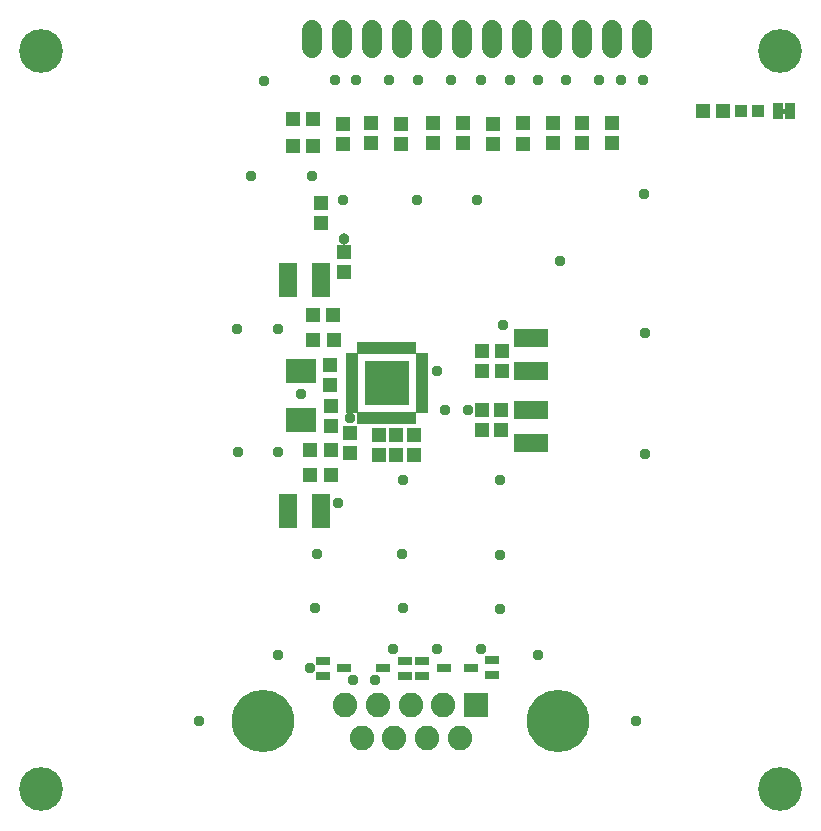
<source format=gbr>
G04 EAGLE Gerber RS-274X export*
G75*
%MOMM*%
%FSLAX34Y34*%
%LPD*%
%INSoldermask Top*%
%IPPOS*%
%AMOC8*
5,1,8,0,0,1.08239X$1,22.5*%
G01*
%ADD10C,3.703200*%
%ADD11R,1.203200X1.303200*%
%ADD12R,1.303200X1.203200*%
%ADD13R,1.203200X0.703200*%
%ADD14C,1.727200*%
%ADD15C,0.965200*%
%ADD16R,2.603200X2.103200*%
%ADD17R,2.082800X2.082800*%
%ADD18C,2.082800*%
%ADD19C,5.283200*%
%ADD20R,1.003200X1.003200*%
%ADD21R,0.838200X1.473200*%
%ADD22R,2.903200X1.503200*%
%ADD23R,1.503200X2.903200*%
%ADD24R,0.503200X1.103200*%
%ADD25R,1.103200X0.503200*%
%ADD26R,3.810000X3.810000*%
%ADD27C,0.959600*%

G36*
X667860Y609607D02*
X667860Y609607D01*
X667926Y609609D01*
X667969Y609627D01*
X668016Y609635D01*
X668073Y609669D01*
X668133Y609694D01*
X668168Y609725D01*
X668209Y609750D01*
X668251Y609801D01*
X668299Y609845D01*
X668321Y609887D01*
X668350Y609924D01*
X668371Y609986D01*
X668402Y610045D01*
X668410Y610099D01*
X668422Y610136D01*
X668421Y610176D01*
X668429Y610230D01*
X668429Y612770D01*
X668418Y612835D01*
X668416Y612901D01*
X668398Y612944D01*
X668390Y612991D01*
X668356Y613048D01*
X668331Y613108D01*
X668300Y613143D01*
X668275Y613184D01*
X668224Y613226D01*
X668180Y613274D01*
X668138Y613296D01*
X668101Y613325D01*
X668039Y613346D01*
X667980Y613377D01*
X667926Y613385D01*
X667889Y613397D01*
X667849Y613396D01*
X667795Y613404D01*
X663985Y613404D01*
X663920Y613393D01*
X663854Y613391D01*
X663811Y613373D01*
X663764Y613365D01*
X663707Y613331D01*
X663647Y613306D01*
X663612Y613275D01*
X663571Y613250D01*
X663530Y613199D01*
X663481Y613155D01*
X663459Y613113D01*
X663430Y613076D01*
X663409Y613014D01*
X663378Y612955D01*
X663370Y612901D01*
X663358Y612864D01*
X663358Y612861D01*
X663359Y612824D01*
X663351Y612770D01*
X663351Y610230D01*
X663362Y610165D01*
X663364Y610099D01*
X663382Y610056D01*
X663390Y610009D01*
X663424Y609952D01*
X663449Y609892D01*
X663480Y609857D01*
X663505Y609816D01*
X663556Y609775D01*
X663600Y609726D01*
X663642Y609704D01*
X663679Y609675D01*
X663741Y609654D01*
X663800Y609623D01*
X663854Y609615D01*
X663891Y609603D01*
X663931Y609604D01*
X663985Y609596D01*
X667795Y609596D01*
X667860Y609607D01*
G37*
D10*
X37500Y662500D03*
X662500Y662500D03*
X37500Y37500D03*
X662500Y37500D03*
D11*
X427500Y391500D03*
X427500Y408500D03*
X281960Y379920D03*
X281960Y396920D03*
D12*
X267100Y582300D03*
X250100Y582300D03*
X267100Y605400D03*
X250100Y605400D03*
X284300Y438800D03*
X267300Y438800D03*
X282300Y303700D03*
X265300Y303700D03*
D11*
X410710Y359020D03*
X410710Y342020D03*
X410500Y391500D03*
X410500Y408500D03*
X427030Y359020D03*
X427030Y342020D03*
X299000Y322500D03*
X299000Y339500D03*
X353000Y337570D03*
X353000Y320570D03*
D12*
X284800Y417900D03*
X267800Y417900D03*
X282300Y324600D03*
X265300Y324600D03*
D11*
X282420Y361740D03*
X282420Y344740D03*
D13*
X401000Y140500D03*
X419000Y134000D03*
X419000Y147000D03*
X378000Y140000D03*
X360000Y146500D03*
X360000Y133500D03*
X327000Y140000D03*
X345000Y133500D03*
X345000Y146500D03*
X293500Y140000D03*
X275500Y146500D03*
X275500Y133500D03*
D11*
X445200Y584300D03*
X445200Y601300D03*
X293800Y475500D03*
X293800Y492500D03*
X274500Y534000D03*
X274500Y517000D03*
D14*
X266800Y665380D02*
X266800Y680620D01*
X292200Y680620D02*
X292200Y665380D01*
X317600Y665380D02*
X317600Y680620D01*
X343000Y680620D02*
X343000Y665380D01*
X368400Y665380D02*
X368400Y680620D01*
X393800Y680620D02*
X393800Y665380D01*
X419200Y665380D02*
X419200Y680620D01*
X444600Y680620D02*
X444600Y665380D01*
X470000Y665380D02*
X470000Y680620D01*
X495400Y680620D02*
X495400Y665380D01*
X520800Y665380D02*
X520800Y680620D01*
X546200Y680620D02*
X546200Y665380D01*
D15*
X293800Y503400D03*
D16*
X257300Y391600D03*
X257300Y350600D03*
D17*
X405400Y109200D03*
D18*
X377700Y109200D03*
X350000Y109200D03*
X322300Y109200D03*
X294600Y109200D03*
X391500Y80800D03*
X363800Y80800D03*
X336200Y80800D03*
X308500Y80800D03*
D19*
X475000Y95000D03*
X225000Y95000D03*
D12*
X614670Y611500D03*
X597670Y611500D03*
D20*
X644545Y611500D03*
X629545Y611500D03*
D21*
X670970Y611500D03*
X660810Y611500D03*
D11*
X323000Y320500D03*
X323000Y337500D03*
D22*
X452000Y419500D03*
X452000Y391500D03*
X452000Y331000D03*
X452000Y359000D03*
D23*
X246000Y469000D03*
X274000Y469000D03*
X246000Y273000D03*
X274000Y273000D03*
D24*
X307500Y352000D03*
X312500Y352000D03*
X317500Y352000D03*
X322500Y352000D03*
X327500Y352000D03*
X332500Y352000D03*
X337500Y352000D03*
X342500Y352000D03*
X347500Y352000D03*
X352500Y352000D03*
D25*
X359500Y359000D03*
X359500Y364000D03*
X359500Y369000D03*
X359500Y374000D03*
X359500Y379000D03*
X359500Y384000D03*
X359500Y389000D03*
X359500Y394000D03*
X359500Y399000D03*
X359500Y404000D03*
D24*
X352500Y411000D03*
X347500Y411000D03*
X342500Y411000D03*
X337500Y411000D03*
X332500Y411000D03*
X327500Y411000D03*
X322500Y411000D03*
X317500Y411000D03*
X312500Y411000D03*
X307500Y411000D03*
D25*
X300500Y404000D03*
X300500Y399000D03*
X300500Y394000D03*
X300500Y389000D03*
X300500Y384000D03*
X300500Y379000D03*
X300500Y374000D03*
X300500Y369000D03*
X300500Y364000D03*
X300500Y359000D03*
D26*
X330000Y381500D03*
D11*
X338000Y337500D03*
X338000Y320500D03*
X470420Y584390D03*
X470420Y601390D03*
X495110Y584770D03*
X495110Y601770D03*
X419590Y583880D03*
X419590Y600880D03*
X394190Y584400D03*
X394190Y601400D03*
X368790Y584920D03*
X368790Y601920D03*
X342120Y584170D03*
X342120Y601170D03*
X292590Y583940D03*
X292590Y600940D03*
X316720Y584460D03*
X316720Y601460D03*
X520460Y584710D03*
X520460Y601710D03*
D27*
X238000Y427500D03*
X237500Y323000D03*
X257000Y372000D03*
X425500Y236000D03*
X426000Y299500D03*
X428000Y431000D03*
X548500Y424000D03*
X548500Y321500D03*
X547500Y541500D03*
X547000Y638000D03*
X510000Y638000D03*
X482000Y638000D03*
X458000Y638000D03*
X434000Y638000D03*
X410000Y638000D03*
X384000Y638000D03*
X356000Y638000D03*
X332000Y638000D03*
X304000Y638000D03*
X285810Y638000D03*
X226000Y637000D03*
X426000Y190500D03*
X458000Y151000D03*
X238000Y151000D03*
X269500Y191000D03*
X271000Y237000D03*
X171000Y95000D03*
X299000Y352000D03*
X340500Y392000D03*
X319500Y370500D03*
X340500Y370500D03*
X319500Y392000D03*
X344000Y191000D03*
X343000Y237000D03*
X344000Y299500D03*
X204000Y323000D03*
X203500Y427500D03*
X215000Y556500D03*
X293000Y536500D03*
X528500Y638000D03*
X355500Y536500D03*
X406000Y536500D03*
X541000Y95000D03*
X267000Y557000D03*
X476500Y484500D03*
X289000Y280000D03*
X335000Y156000D03*
X265000Y140000D03*
X372000Y391500D03*
X372000Y156000D03*
X409500Y156000D03*
X379000Y359000D03*
X398560Y359050D03*
X320000Y130000D03*
X301000Y130000D03*
M02*

</source>
